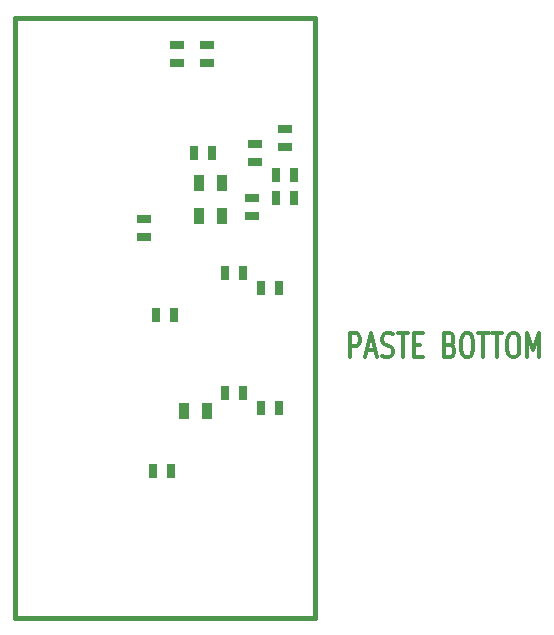
<source format=gbp>
G04 (created by PCBNEW-RS274X (2012-01-19 BZR 3256)-stable) date 9/17/2012 8:45:25 AM*
G01*
G70*
G90*
%MOIN*%
G04 Gerber Fmt 3.4, Leading zero omitted, Abs format*
%FSLAX34Y34*%
G04 APERTURE LIST*
%ADD10C,0.006000*%
%ADD11C,0.012000*%
%ADD12C,0.015000*%
%ADD13R,0.025000X0.045000*%
%ADD14R,0.045000X0.025000*%
%ADD15R,0.035000X0.055000*%
G04 APERTURE END LIST*
G54D10*
G54D11*
X71143Y-41324D02*
X71143Y-40524D01*
X71371Y-40524D01*
X71429Y-40562D01*
X71457Y-40600D01*
X71486Y-40676D01*
X71486Y-40790D01*
X71457Y-40867D01*
X71429Y-40905D01*
X71371Y-40943D01*
X71143Y-40943D01*
X71714Y-41095D02*
X72000Y-41095D01*
X71657Y-41324D02*
X71857Y-40524D01*
X72057Y-41324D01*
X72228Y-41286D02*
X72314Y-41324D01*
X72457Y-41324D01*
X72514Y-41286D01*
X72543Y-41248D01*
X72571Y-41171D01*
X72571Y-41095D01*
X72543Y-41019D01*
X72514Y-40981D01*
X72457Y-40943D01*
X72343Y-40905D01*
X72285Y-40867D01*
X72257Y-40829D01*
X72228Y-40752D01*
X72228Y-40676D01*
X72257Y-40600D01*
X72285Y-40562D01*
X72343Y-40524D01*
X72485Y-40524D01*
X72571Y-40562D01*
X72742Y-40524D02*
X73085Y-40524D01*
X72914Y-41324D02*
X72914Y-40524D01*
X73285Y-40905D02*
X73485Y-40905D01*
X73571Y-41324D02*
X73285Y-41324D01*
X73285Y-40524D01*
X73571Y-40524D01*
X74485Y-40905D02*
X74571Y-40943D01*
X74599Y-40981D01*
X74628Y-41057D01*
X74628Y-41171D01*
X74599Y-41248D01*
X74571Y-41286D01*
X74513Y-41324D01*
X74285Y-41324D01*
X74285Y-40524D01*
X74485Y-40524D01*
X74542Y-40562D01*
X74571Y-40600D01*
X74599Y-40676D01*
X74599Y-40752D01*
X74571Y-40829D01*
X74542Y-40867D01*
X74485Y-40905D01*
X74285Y-40905D01*
X74999Y-40524D02*
X75113Y-40524D01*
X75171Y-40562D01*
X75228Y-40638D01*
X75256Y-40790D01*
X75256Y-41057D01*
X75228Y-41210D01*
X75171Y-41286D01*
X75113Y-41324D01*
X74999Y-41324D01*
X74942Y-41286D01*
X74885Y-41210D01*
X74856Y-41057D01*
X74856Y-40790D01*
X74885Y-40638D01*
X74942Y-40562D01*
X74999Y-40524D01*
X75428Y-40524D02*
X75771Y-40524D01*
X75600Y-41324D02*
X75600Y-40524D01*
X75885Y-40524D02*
X76228Y-40524D01*
X76057Y-41324D02*
X76057Y-40524D01*
X76542Y-40524D02*
X76656Y-40524D01*
X76714Y-40562D01*
X76771Y-40638D01*
X76799Y-40790D01*
X76799Y-41057D01*
X76771Y-41210D01*
X76714Y-41286D01*
X76656Y-41324D01*
X76542Y-41324D01*
X76485Y-41286D01*
X76428Y-41210D01*
X76399Y-41057D01*
X76399Y-40790D01*
X76428Y-40638D01*
X76485Y-40562D01*
X76542Y-40524D01*
X77057Y-41324D02*
X77057Y-40524D01*
X77257Y-41095D01*
X77457Y-40524D01*
X77457Y-41324D01*
G54D12*
X60000Y-50000D02*
X70000Y-50000D01*
X60000Y-30000D02*
X60000Y-50000D01*
X70000Y-30000D02*
X60000Y-30000D01*
X70000Y-30000D02*
X70000Y-50000D01*
G54D13*
X65300Y-39900D03*
X64700Y-39900D03*
X67000Y-38500D03*
X67600Y-38500D03*
G54D14*
X66400Y-31500D03*
X66400Y-30900D03*
X65400Y-31500D03*
X65400Y-30900D03*
X64300Y-36700D03*
X64300Y-37300D03*
G54D13*
X64600Y-45100D03*
X65200Y-45100D03*
X67000Y-42500D03*
X67600Y-42500D03*
G54D14*
X69000Y-34300D03*
X69000Y-33700D03*
G54D15*
X65625Y-43100D03*
X66375Y-43100D03*
X66875Y-35500D03*
X66125Y-35500D03*
X66875Y-36600D03*
X66125Y-36600D03*
G54D13*
X68200Y-39000D03*
X68800Y-39000D03*
X68200Y-43000D03*
X68800Y-43000D03*
X66550Y-34500D03*
X65950Y-34500D03*
G54D14*
X67900Y-36600D03*
X67900Y-36000D03*
G54D13*
X68700Y-35250D03*
X69300Y-35250D03*
G54D14*
X68000Y-34800D03*
X68000Y-34200D03*
G54D13*
X68700Y-36000D03*
X69300Y-36000D03*
M02*

</source>
